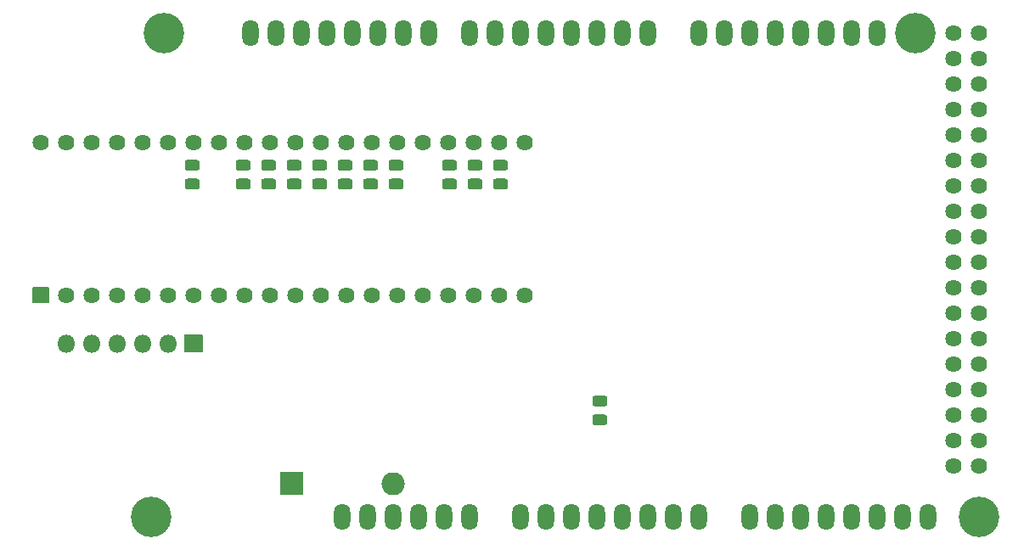
<source format=gbs>
G04 #@! TF.GenerationSoftware,KiCad,Pcbnew,(5.1.7)-1*
G04 #@! TF.CreationDate,2021-04-14T19:18:07-03:00*
G04 #@! TF.ProjectId,BlackPill Adaptor,426c6163-6b50-4696-9c6c-204164617074,rev?*
G04 #@! TF.SameCoordinates,Original*
G04 #@! TF.FileFunction,Soldermask,Bot*
G04 #@! TF.FilePolarity,Negative*
%FSLAX46Y46*%
G04 Gerber Fmt 4.6, Leading zero omitted, Abs format (unit mm)*
G04 Created by KiCad (PCBNEW (5.1.7)-1) date 2021-04-14 19:18:07*
%MOMM*%
%LPD*%
G01*
G04 APERTURE LIST*
%ADD10C,1.626000*%
%ADD11O,2.302000X2.302000*%
%ADD12O,1.802000X1.802000*%
%ADD13C,4.039000*%
%ADD14O,1.626000X2.642000*%
G04 APERTURE END LIST*
G36*
G01*
X119406250Y-92014500D02*
X120369750Y-92014500D01*
G75*
G02*
X120639000Y-92283750I0J-269250D01*
G01*
X120639000Y-92822250D01*
G75*
G02*
X120369750Y-93091500I-269250J0D01*
G01*
X119406250Y-93091500D01*
G75*
G02*
X119137000Y-92822250I0J269250D01*
G01*
X119137000Y-92283750D01*
G75*
G02*
X119406250Y-92014500I269250J0D01*
G01*
G37*
G36*
G01*
X119406250Y-90139500D02*
X120369750Y-90139500D01*
G75*
G02*
X120639000Y-90408750I0J-269250D01*
G01*
X120639000Y-90947250D01*
G75*
G02*
X120369750Y-91216500I-269250J0D01*
G01*
X119406250Y-91216500D01*
G75*
G02*
X119137000Y-90947250I0J269250D01*
G01*
X119137000Y-90408750D01*
G75*
G02*
X119406250Y-90139500I269250J0D01*
G01*
G37*
G36*
G01*
X124486250Y-92014500D02*
X125449750Y-92014500D01*
G75*
G02*
X125719000Y-92283750I0J-269250D01*
G01*
X125719000Y-92822250D01*
G75*
G02*
X125449750Y-93091500I-269250J0D01*
G01*
X124486250Y-93091500D01*
G75*
G02*
X124217000Y-92822250I0J269250D01*
G01*
X124217000Y-92283750D01*
G75*
G02*
X124486250Y-92014500I269250J0D01*
G01*
G37*
G36*
G01*
X124486250Y-90139500D02*
X125449750Y-90139500D01*
G75*
G02*
X125719000Y-90408750I0J-269250D01*
G01*
X125719000Y-90947250D01*
G75*
G02*
X125449750Y-91216500I-269250J0D01*
G01*
X124486250Y-91216500D01*
G75*
G02*
X124217000Y-90947250I0J269250D01*
G01*
X124217000Y-90408750D01*
G75*
G02*
X124486250Y-90139500I269250J0D01*
G01*
G37*
G36*
G01*
X127026250Y-92014500D02*
X127989750Y-92014500D01*
G75*
G02*
X128259000Y-92283750I0J-269250D01*
G01*
X128259000Y-92822250D01*
G75*
G02*
X127989750Y-93091500I-269250J0D01*
G01*
X127026250Y-93091500D01*
G75*
G02*
X126757000Y-92822250I0J269250D01*
G01*
X126757000Y-92283750D01*
G75*
G02*
X127026250Y-92014500I269250J0D01*
G01*
G37*
G36*
G01*
X127026250Y-90139500D02*
X127989750Y-90139500D01*
G75*
G02*
X128259000Y-90408750I0J-269250D01*
G01*
X128259000Y-90947250D01*
G75*
G02*
X127989750Y-91216500I-269250J0D01*
G01*
X127026250Y-91216500D01*
G75*
G02*
X126757000Y-90947250I0J269250D01*
G01*
X126757000Y-90408750D01*
G75*
G02*
X127026250Y-90139500I269250J0D01*
G01*
G37*
G36*
G01*
X129566250Y-92014500D02*
X130529750Y-92014500D01*
G75*
G02*
X130799000Y-92283750I0J-269250D01*
G01*
X130799000Y-92822250D01*
G75*
G02*
X130529750Y-93091500I-269250J0D01*
G01*
X129566250Y-93091500D01*
G75*
G02*
X129297000Y-92822250I0J269250D01*
G01*
X129297000Y-92283750D01*
G75*
G02*
X129566250Y-92014500I269250J0D01*
G01*
G37*
G36*
G01*
X129566250Y-90139500D02*
X130529750Y-90139500D01*
G75*
G02*
X130799000Y-90408750I0J-269250D01*
G01*
X130799000Y-90947250D01*
G75*
G02*
X130529750Y-91216500I-269250J0D01*
G01*
X129566250Y-91216500D01*
G75*
G02*
X129297000Y-90947250I0J269250D01*
G01*
X129297000Y-90408750D01*
G75*
G02*
X129566250Y-90139500I269250J0D01*
G01*
G37*
G36*
G01*
X132106250Y-92014500D02*
X133069750Y-92014500D01*
G75*
G02*
X133339000Y-92283750I0J-269250D01*
G01*
X133339000Y-92822250D01*
G75*
G02*
X133069750Y-93091500I-269250J0D01*
G01*
X132106250Y-93091500D01*
G75*
G02*
X131837000Y-92822250I0J269250D01*
G01*
X131837000Y-92283750D01*
G75*
G02*
X132106250Y-92014500I269250J0D01*
G01*
G37*
G36*
G01*
X132106250Y-90139500D02*
X133069750Y-90139500D01*
G75*
G02*
X133339000Y-90408750I0J-269250D01*
G01*
X133339000Y-90947250D01*
G75*
G02*
X133069750Y-91216500I-269250J0D01*
G01*
X132106250Y-91216500D01*
G75*
G02*
X131837000Y-90947250I0J269250D01*
G01*
X131837000Y-90408750D01*
G75*
G02*
X132106250Y-90139500I269250J0D01*
G01*
G37*
G36*
G01*
X134646250Y-92014500D02*
X135609750Y-92014500D01*
G75*
G02*
X135879000Y-92283750I0J-269250D01*
G01*
X135879000Y-92822250D01*
G75*
G02*
X135609750Y-93091500I-269250J0D01*
G01*
X134646250Y-93091500D01*
G75*
G02*
X134377000Y-92822250I0J269250D01*
G01*
X134377000Y-92283750D01*
G75*
G02*
X134646250Y-92014500I269250J0D01*
G01*
G37*
G36*
G01*
X134646250Y-90139500D02*
X135609750Y-90139500D01*
G75*
G02*
X135879000Y-90408750I0J-269250D01*
G01*
X135879000Y-90947250D01*
G75*
G02*
X135609750Y-91216500I-269250J0D01*
G01*
X134646250Y-91216500D01*
G75*
G02*
X134377000Y-90947250I0J269250D01*
G01*
X134377000Y-90408750D01*
G75*
G02*
X134646250Y-90139500I269250J0D01*
G01*
G37*
G36*
G01*
X137186250Y-92014500D02*
X138149750Y-92014500D01*
G75*
G02*
X138419000Y-92283750I0J-269250D01*
G01*
X138419000Y-92822250D01*
G75*
G02*
X138149750Y-93091500I-269250J0D01*
G01*
X137186250Y-93091500D01*
G75*
G02*
X136917000Y-92822250I0J269250D01*
G01*
X136917000Y-92283750D01*
G75*
G02*
X137186250Y-92014500I269250J0D01*
G01*
G37*
G36*
G01*
X137186250Y-90139500D02*
X138149750Y-90139500D01*
G75*
G02*
X138419000Y-90408750I0J-269250D01*
G01*
X138419000Y-90947250D01*
G75*
G02*
X138149750Y-91216500I-269250J0D01*
G01*
X137186250Y-91216500D01*
G75*
G02*
X136917000Y-90947250I0J269250D01*
G01*
X136917000Y-90408750D01*
G75*
G02*
X137186250Y-90139500I269250J0D01*
G01*
G37*
D10*
X104775000Y-88392000D03*
X107315000Y-88392000D03*
X109855000Y-88392000D03*
X112395000Y-88392000D03*
X114935000Y-88392000D03*
X117475000Y-88392000D03*
X120015000Y-88392000D03*
X122555000Y-88392000D03*
X125095000Y-88392000D03*
X127635000Y-88392000D03*
X130175000Y-88392000D03*
X132715000Y-88392000D03*
X135255000Y-88392000D03*
X137795000Y-88392000D03*
X140335000Y-88392000D03*
X142875000Y-88392000D03*
X145415000Y-88392000D03*
X147955000Y-88392000D03*
X150495000Y-88392000D03*
X153035000Y-88392000D03*
X153035000Y-103632000D03*
X150495000Y-103632000D03*
X147955000Y-103632000D03*
X145415000Y-103632000D03*
X142875000Y-103632000D03*
X140335000Y-103632000D03*
X137795000Y-103632000D03*
X135255000Y-103632000D03*
X132715000Y-103632000D03*
X130175000Y-103632000D03*
X127635000Y-103632000D03*
X125095000Y-103632000D03*
X122555000Y-103632000D03*
X120015000Y-103632000D03*
X117475000Y-103632000D03*
X114935000Y-103632000D03*
X112395000Y-103632000D03*
X109855000Y-103632000D03*
X107315000Y-103632000D03*
G36*
G01*
X105537000Y-104445000D02*
X104013000Y-104445000D01*
G75*
G02*
X103962000Y-104394000I0J51000D01*
G01*
X103962000Y-102870000D01*
G75*
G02*
X104013000Y-102819000I51000J0D01*
G01*
X105537000Y-102819000D01*
G75*
G02*
X105588000Y-102870000I0J-51000D01*
G01*
X105588000Y-104394000D01*
G75*
G02*
X105537000Y-104445000I-51000J0D01*
G01*
G37*
D11*
X139954000Y-122428000D03*
G36*
G01*
X128643000Y-123528000D02*
X128643000Y-121328000D01*
G75*
G02*
X128694000Y-121277000I51000J0D01*
G01*
X130894000Y-121277000D01*
G75*
G02*
X130945000Y-121328000I0J-51000D01*
G01*
X130945000Y-123528000D01*
G75*
G02*
X130894000Y-123579000I-51000J0D01*
G01*
X128694000Y-123579000D01*
G75*
G02*
X128643000Y-123528000I0J51000D01*
G01*
G37*
D12*
X107315000Y-108458000D03*
X109855000Y-108458000D03*
X112395000Y-108458000D03*
X114935000Y-108458000D03*
X117475000Y-108458000D03*
G36*
G01*
X119165000Y-107557000D02*
X120865000Y-107557000D01*
G75*
G02*
X120916000Y-107608000I0J-51000D01*
G01*
X120916000Y-109308000D01*
G75*
G02*
X120865000Y-109359000I-51000J0D01*
G01*
X119165000Y-109359000D01*
G75*
G02*
X119114000Y-109308000I0J51000D01*
G01*
X119114000Y-107608000D01*
G75*
G02*
X119165000Y-107557000I51000J0D01*
G01*
G37*
G36*
G01*
X147600250Y-92014500D02*
X148563750Y-92014500D01*
G75*
G02*
X148833000Y-92283750I0J-269250D01*
G01*
X148833000Y-92822250D01*
G75*
G02*
X148563750Y-93091500I-269250J0D01*
G01*
X147600250Y-93091500D01*
G75*
G02*
X147331000Y-92822250I0J269250D01*
G01*
X147331000Y-92283750D01*
G75*
G02*
X147600250Y-92014500I269250J0D01*
G01*
G37*
G36*
G01*
X147600250Y-90139500D02*
X148563750Y-90139500D01*
G75*
G02*
X148833000Y-90408750I0J-269250D01*
G01*
X148833000Y-90947250D01*
G75*
G02*
X148563750Y-91216500I-269250J0D01*
G01*
X147600250Y-91216500D01*
G75*
G02*
X147331000Y-90947250I0J269250D01*
G01*
X147331000Y-90408750D01*
G75*
G02*
X147600250Y-90139500I269250J0D01*
G01*
G37*
G36*
G01*
X145060250Y-92014500D02*
X146023750Y-92014500D01*
G75*
G02*
X146293000Y-92283750I0J-269250D01*
G01*
X146293000Y-92822250D01*
G75*
G02*
X146023750Y-93091500I-269250J0D01*
G01*
X145060250Y-93091500D01*
G75*
G02*
X144791000Y-92822250I0J269250D01*
G01*
X144791000Y-92283750D01*
G75*
G02*
X145060250Y-92014500I269250J0D01*
G01*
G37*
G36*
G01*
X145060250Y-90139500D02*
X146023750Y-90139500D01*
G75*
G02*
X146293000Y-90408750I0J-269250D01*
G01*
X146293000Y-90947250D01*
G75*
G02*
X146023750Y-91216500I-269250J0D01*
G01*
X145060250Y-91216500D01*
G75*
G02*
X144791000Y-90947250I0J269250D01*
G01*
X144791000Y-90408750D01*
G75*
G02*
X145060250Y-90139500I269250J0D01*
G01*
G37*
G36*
G01*
X150140250Y-92014500D02*
X151103750Y-92014500D01*
G75*
G02*
X151373000Y-92283750I0J-269250D01*
G01*
X151373000Y-92822250D01*
G75*
G02*
X151103750Y-93091500I-269250J0D01*
G01*
X150140250Y-93091500D01*
G75*
G02*
X149871000Y-92822250I0J269250D01*
G01*
X149871000Y-92283750D01*
G75*
G02*
X150140250Y-92014500I269250J0D01*
G01*
G37*
G36*
G01*
X150140250Y-90139500D02*
X151103750Y-90139500D01*
G75*
G02*
X151373000Y-90408750I0J-269250D01*
G01*
X151373000Y-90947250D01*
G75*
G02*
X151103750Y-91216500I-269250J0D01*
G01*
X150140250Y-91216500D01*
G75*
G02*
X149871000Y-90947250I0J269250D01*
G01*
X149871000Y-90408750D01*
G75*
G02*
X150140250Y-90139500I269250J0D01*
G01*
G37*
D10*
X198374000Y-120650000D03*
X195834000Y-120650000D03*
X198374000Y-118110000D03*
X195834000Y-118110000D03*
X198374000Y-115570000D03*
X195834000Y-115570000D03*
X198374000Y-113030000D03*
X195834000Y-113030000D03*
X198374000Y-110490000D03*
X195834000Y-110490000D03*
X198374000Y-107950000D03*
X195834000Y-107950000D03*
X198374000Y-105410000D03*
X195834000Y-105410000D03*
X198374000Y-102870000D03*
X195834000Y-102870000D03*
X198374000Y-100330000D03*
X195834000Y-100330000D03*
X198374000Y-97790000D03*
X195834000Y-97790000D03*
X198374000Y-95250000D03*
X195834000Y-95250000D03*
X198374000Y-92710000D03*
X195834000Y-92710000D03*
X195834000Y-90170000D03*
X198374000Y-90170000D03*
X198374000Y-77470000D03*
X195834000Y-77470000D03*
X198374000Y-87630000D03*
X195834000Y-87630000D03*
X198374000Y-85090000D03*
X195834000Y-85090000D03*
X198374000Y-82550000D03*
X195834000Y-82550000D03*
X198374000Y-80010000D03*
X195834000Y-80010000D03*
D13*
X115824000Y-125730000D03*
X117094000Y-77470000D03*
X192024000Y-77470000D03*
X198374000Y-125730000D03*
D14*
X139954000Y-125730000D03*
X125730000Y-77470000D03*
X128270000Y-77470000D03*
X130810000Y-77470000D03*
X133350000Y-77470000D03*
X135890000Y-77470000D03*
X138430000Y-77470000D03*
X140970000Y-77470000D03*
X143510000Y-77470000D03*
X147574000Y-77470000D03*
X150114000Y-77470000D03*
X152654000Y-77470000D03*
X155194000Y-77470000D03*
X157734000Y-77470000D03*
X160274000Y-77470000D03*
X162814000Y-77470000D03*
X165354000Y-77470000D03*
X134874000Y-125730000D03*
X137414000Y-125730000D03*
X142494000Y-125730000D03*
X145034000Y-125730000D03*
X147574000Y-125730000D03*
X157734000Y-125730000D03*
X155194000Y-125730000D03*
X152654000Y-125730000D03*
X160274000Y-125730000D03*
X162814000Y-125730000D03*
X165354000Y-125730000D03*
X183134000Y-125730000D03*
X180594000Y-125730000D03*
X178054000Y-125730000D03*
X167894000Y-125730000D03*
X170434000Y-125730000D03*
X175514000Y-125730000D03*
X185674000Y-125730000D03*
X188214000Y-125730000D03*
X190754000Y-125730000D03*
X193294000Y-125730000D03*
X188214000Y-77470000D03*
X185674000Y-77470000D03*
X183134000Y-77470000D03*
X180594000Y-77470000D03*
X178054000Y-77470000D03*
X175514000Y-77470000D03*
X172974000Y-77470000D03*
X170434000Y-77470000D03*
G36*
G01*
X139726250Y-92014500D02*
X140689750Y-92014500D01*
G75*
G02*
X140959000Y-92283750I0J-269250D01*
G01*
X140959000Y-92822250D01*
G75*
G02*
X140689750Y-93091500I-269250J0D01*
G01*
X139726250Y-93091500D01*
G75*
G02*
X139457000Y-92822250I0J269250D01*
G01*
X139457000Y-92283750D01*
G75*
G02*
X139726250Y-92014500I269250J0D01*
G01*
G37*
G36*
G01*
X139726250Y-90139500D02*
X140689750Y-90139500D01*
G75*
G02*
X140959000Y-90408750I0J-269250D01*
G01*
X140959000Y-90947250D01*
G75*
G02*
X140689750Y-91216500I-269250J0D01*
G01*
X139726250Y-91216500D01*
G75*
G02*
X139457000Y-90947250I0J269250D01*
G01*
X139457000Y-90408750D01*
G75*
G02*
X139726250Y-90139500I269250J0D01*
G01*
G37*
G36*
G01*
X161009750Y-114741500D02*
X160046250Y-114741500D01*
G75*
G02*
X159777000Y-114472250I0J269250D01*
G01*
X159777000Y-113933750D01*
G75*
G02*
X160046250Y-113664500I269250J0D01*
G01*
X161009750Y-113664500D01*
G75*
G02*
X161279000Y-113933750I0J-269250D01*
G01*
X161279000Y-114472250D01*
G75*
G02*
X161009750Y-114741500I-269250J0D01*
G01*
G37*
G36*
G01*
X161009750Y-116616500D02*
X160046250Y-116616500D01*
G75*
G02*
X159777000Y-116347250I0J269250D01*
G01*
X159777000Y-115808750D01*
G75*
G02*
X160046250Y-115539500I269250J0D01*
G01*
X161009750Y-115539500D01*
G75*
G02*
X161279000Y-115808750I0J-269250D01*
G01*
X161279000Y-116347250D01*
G75*
G02*
X161009750Y-116616500I-269250J0D01*
G01*
G37*
M02*

</source>
